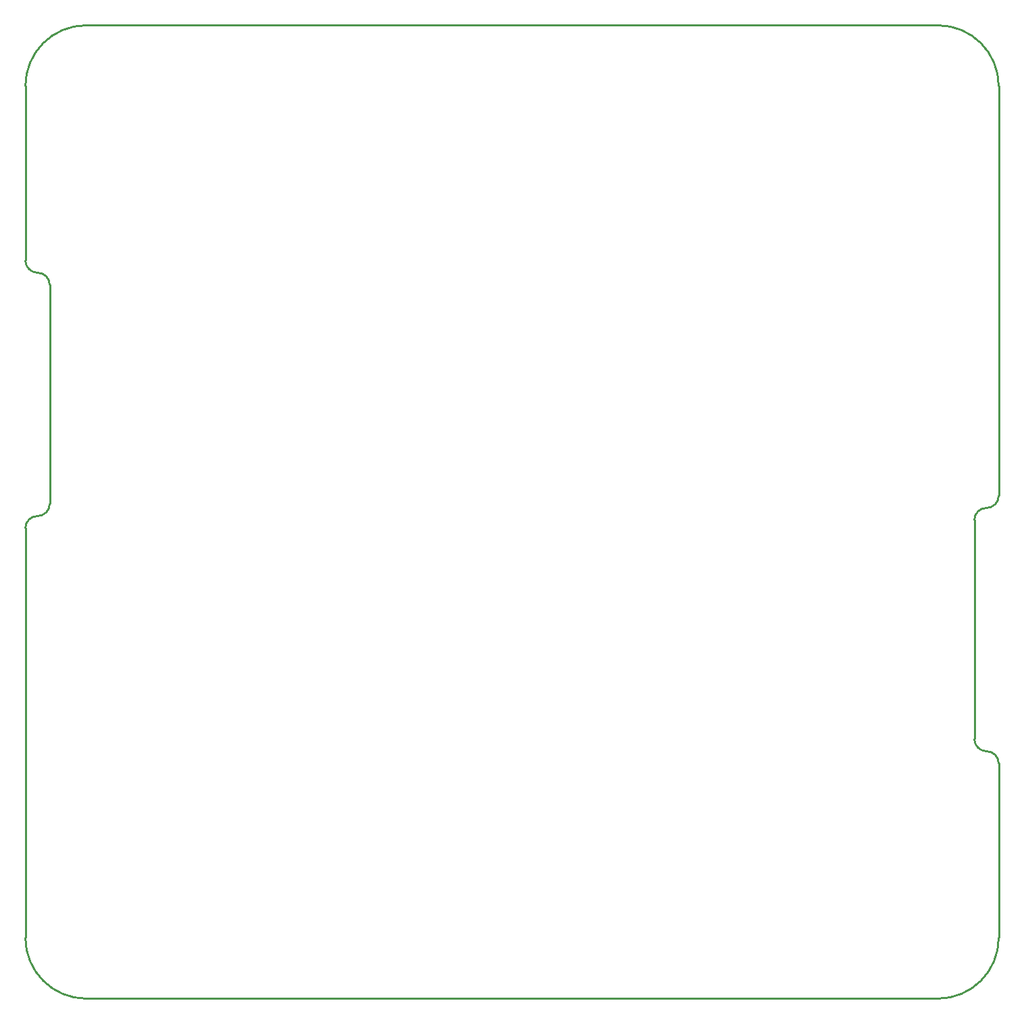
<source format=gbr>
G04 #@! TF.FileFunction,Profile,NP*
%FSLAX46Y46*%
G04 Gerber Fmt 4.6, Leading zero omitted, Abs format (unit mm)*
G04 Created by KiCad (PCBNEW (2014-12-11 BZR 5320)-product) date Fri Dec 19 11:32:42 2014*
%MOMM*%
G01*
G04 APERTURE LIST*
%ADD10C,0.152400*%
%ADD11C,0.254000*%
G04 APERTURE END LIST*
D10*
D11*
X147320000Y-117856000D02*
G75*
G03X145796000Y-116332000I-1524000J0D01*
G01*
X144272000Y-114808000D02*
G75*
G03X145796000Y-116332000I1524000J0D01*
G01*
X145796000Y-85852000D02*
G75*
G03X144272000Y-87376000I0J-1524000D01*
G01*
X145796000Y-85852000D02*
G75*
G03X147320000Y-84328000I0J1524000D01*
G01*
X25400000Y-54864000D02*
G75*
G03X26924000Y-56388000I1524000J0D01*
G01*
X28448000Y-57912000D02*
G75*
G03X26924000Y-56388000I-1524000J0D01*
G01*
X26924000Y-86868000D02*
G75*
G03X25400000Y-88392000I0J-1524000D01*
G01*
X26924000Y-86868000D02*
G75*
G03X28448000Y-85344000I0J1524000D01*
G01*
X147320000Y-84328000D02*
X147320000Y-33020000D01*
X147320000Y-117856000D02*
X147320000Y-139700000D01*
X25400000Y-88392000D02*
X25400000Y-139700000D01*
X25400000Y-54864000D02*
X25400000Y-33020000D01*
X144272000Y-101092000D02*
X144272000Y-114808000D01*
X144272000Y-101092000D02*
X144272000Y-87376000D01*
X28448000Y-71628000D02*
X28448000Y-85344000D01*
X28448000Y-71628000D02*
X28448000Y-57912000D01*
X139700000Y-147320000D02*
X33020000Y-147320000D01*
X33020000Y-25400000D02*
X139700000Y-25400000D01*
X25400000Y-139700000D02*
G75*
G03X33020000Y-147320000I7620000J0D01*
G01*
X147320000Y-33020000D02*
G75*
G03X139700000Y-25400000I-7620000J0D01*
G01*
X33020000Y-25400000D02*
G75*
G03X25400000Y-33020000I0J-7620000D01*
G01*
X139700000Y-147320000D02*
G75*
G03X147320000Y-139700000I0J7620000D01*
G01*
M02*

</source>
